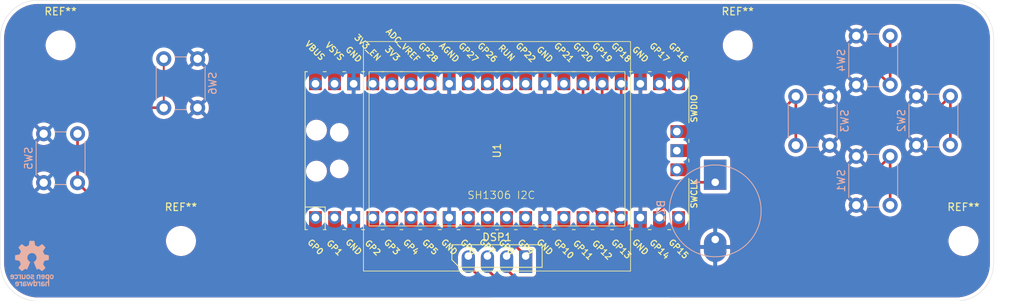
<source format=kicad_pcb>
(kicad_pcb (version 20240108) (generator "pcbnew") (generator_version "8.0")
  (layers (0 "F.Cu" signal) (31 "B.Cu" signal) (34 "B.Paste" user) (35 "F.Paste" user) (36 "B.SilkS" user "B.Silkscreen") (37 "F.SilkS" user "F.Silkscreen") (38 "B.Mask" user) (39 "F.Mask" user) (44 "Edge.Cuts" user))
  (net 0 "")
  (net 1 "Net-(DSP1-Vcc)")
  (net 2 "Net-(DSP1-SCL)")
  (net 3 "GND")
  (net 4 "Net-(DSP1-SDA)")
  (net 5 "Net-(U1-GPIO12)")
  (net 31 "Net-(U1-GPIO19)")
  (net 32 "Net-(U1-GPIO17)")
  (net 33 "Net-(U1-GPIO18)")
  (net 34 "Net-(U1-GPIO16)")
  (net 35 "Net-(U1-GPIO13)")
  (net 36 "Net-(BZ1-+)")
  (footprint "MCU_RaspberryPi_and_Boards:RPi_Pico_SMD_TH" (layer "F.Cu") (at 148.39 97.51 90)
    (property "Reference" "U1" (at 0 0 -90) (layer "F.SilkS"))
    (property "Value" "Pico")
    (fp_text user "GP5" (at -12.8 -8.89 -45) (layer "F.SilkS") (effects (font (size 0.8 0.8))))
    (fp_text user "GP11" (at -13.2 11.43 -45) (layer "F.SilkS") (effects (font (size 0.8 0.8))))
    (fp_text user "3V3" (at 12.9 -13.9 -45) (layer "F.SilkS") (effects (font (size 0.8 0.8))))
    (fp_text user "SWDIO" (at 5.6 26.2 -90) (layer "F.SilkS") (effects (font (size 0.8 0.8))))
    (fp_text user "GP21" (at 13.054 8.9 -45) (layer "F.SilkS") (effects (font (size 0.8 0.8))))
    (fp_text user "GP26" (at 13.054 -1.27 -45) (layer "F.SilkS") (effects (font (size 0.8 0.8))))
    (fp_text user "SWCLK" (at -5.7 26.2 -90) (layer "F.SilkS") (effects (font (size 0.8 0.8))))
    (fp_text user "GND" (at -12.8 -19.05 -45) (layer "F.SilkS") (effects (font (size 0.8 0.8))))
    (fp_text user "GP28" (at 13.054 -9.144 -45) (layer "F.SilkS") (effects (font (size 0.8 0.8))))
    (fp_text user "GP8" (at -12.8 1.27 -45) (layer "F.SilkS") (effects (font (size 0.8 0.8))))
    (fp_text user "GP12" (at -13.2 13.97 -45) (layer "F.SilkS") (effects (font (size 0.8 0.8))))
    (fp_text user "VSYS" (at 13.2 -21.59 -45) (layer "F.SilkS") (effects (font (size 0.8 0.8))))
    (fp_text user "GP3" (at -12.8 -13.97 -45) (layer "F.SilkS") (effects (font (size 0.8 0.8))))
    (fp_text user "GP13" (at -13.054 16.51 -45) (layer "F.SilkS") (effects (font (size 0.8 0.8))))
    (fp_text user "GND" (at 12.8 6.35 -45) (layer "F.SilkS") (effects (font (size 0.8 0.8))))
    (fp_text user "GP2" (at -12.9 -16.51 -45) (layer "F.SilkS") (effects (font (size 0.8 0.8))))
    (fp_text user "GP9" (at -12.8 3.81 -45) (layer "F.SilkS") (effects (font (size 0.8 0.8))))
    (fp_text user "GP22" (at 13.054 3.81 -45) (layer "F.SilkS") (effects (font (size 0.8 0.8))))
    (fp_text user "GP19" (at 13.054 13.97 -45) (layer "F.SilkS") (effects (font (size 0.8 0.8))))
    (fp_text user "GP20" (at 13.054 11.43 -45) (layer "F.SilkS") (effects (font (size 0.8 0.8))))
    (fp_text user "GP14" (at -13.1 21.59 -45) (layer "F.SilkS") (effects (font (size 0.8 0.8))))
    (fp_text user "GP17" (at 13.054 21.59 -45) (layer "F.SilkS") (effects (font (size 0.8 0.8))))
    (fp_text user "GND" (at 12.8 -19.05 -45) (layer "F.SilkS") (effects (font (size 0.8 0.8))))
    (fp_text user "GP16" (at 13.054 24.13 -45) (layer "F.SilkS") (effects (font (size 0.8 0.8))))
    (fp_text user "3V3_EN" (at 13.7 -17.2 -45) (layer "F.SilkS") (effects (font (size 0.8 0.8))))
    (fp_text user "GP4" (at -12.8 -11.43 -45) (layer "F.SilkS") (effects (font (size 0.8 0.8))))
    (fp_text user "GND" (at -12.8 19.05 -45) (layer "F.SilkS") (effects (font (size 0.8 0.8))))
    (fp_text user "GP7" (at -12.7 -1.3 -45) (layer "F.SilkS") (effects (font (size 0.8 0.8))))
    (fp_text user "VBUS" (at 13.3 -24.2 -45) (layer "F.SilkS") (effects (font (size 0.8 0.8))))
    (fp_text user "ADC_VREF" (at 14 -12.5 -45) (layer "F.SilkS") (effects (font (size 0.8 0.8))))
    (fp_text user "GND" (at 12.8 19.05 -45) (layer "F.SilkS") (effects (font (size 0.8 0.8))))
    (fp_text user "GP1" (at -12.9 -21.6 -45) (layer "F.SilkS") (effects (font (size 0.8 0.8))))
    (fp_text user "GP0" (at -12.8 -24.13 -45) (layer "F.SilkS") (effects (font (size 0.8 0.8))))
    (fp_text user "RUN" (at 13 1.27 -45) (layer "F.SilkS") (effects (font (size 0.8 0.8))))
    (fp_text user "GND" (at -12.8 -6.35 -45) (layer "F.SilkS") (effects (font (size 0.8 0.8))))
    (fp_text user "GND" (at -12.8 6.35 -45) (layer "F.SilkS") (effects (font (size 0.8 0.8))))
    (fp_text user "GP18" (at 13.054 16.51 -45) (layer "F.SilkS") (effects (font (size 0.8 0.8))))
    (fp_text user "GP10" (at -13.054 8.89 -45) (layer "F.SilkS") (effects (font (size 0.8 0.8))))
    (fp_text user "GP15" (at -13.054 24.13 -45) (layer "F.SilkS") (effects (font (size 0.8 0.8))))
    (fp_text user "AGND" (at 13.054 -6.35 -45) (layer "F.SilkS") (effects (font (size 0.8 0.8))))
    (fp_text user "GP6" (at -12.8 -3.81 -45) (layer "F.SilkS") (effects (font (size 0.8 0.8))))
    (fp_text user "GP27" (at 13.054 -3.8 -45) (layer "F.SilkS") (effects (font (size 0.8 0.8))))
    (pad "" np_thru_hole oval (at -2.725 -24 90) (size 1.8 1.8) (drill 1.8) (layers "*.Cu" "*.Mask"))
    (pad "" np_thru_hole oval (at -2.425 -20.97 90) (size 1.5 1.5) (drill 1.5) (layers "*.Cu" "*.Mask"))
    (pad "" np_thru_hole oval (at 2.425 -20.97 90) (size 1.5 1.5) (drill 1.5) (layers "*.Cu" "*.Mask"))
    (pad "" np_thru_hole oval (at 2.725 -24 90) (size 1.8 1.8) (drill 1.8) (layers "*.Cu" "*.Mask"))
    (pad "1" thru_hole oval (at -8.89 -24.13 90) (size 1.7 1.7) (drill 1.02) (layers "*.Cu" "*.Mask"))
    (pad "1" smd rect (at -8.89 -24.13 90) (size 3.5 1.7) (drill (offset -0.9 0)) (layers "F.Cu" "F.Mask"))
    (pad "2" thru_hole oval (at -8.89 -21.59 90) (size 1.7 1.7) (drill 1.02) (layers "*.Cu" "*.Mask"))
    (pad "2" smd rect (at -8.89 -21.59 90) (size 3.5 1.7) (drill (offset -0.9 0)) (layers "F.Cu" "F.Mask"))
    (pad "3" thru_hole rect (at -8.89 -19.05 90) (size 1.7 1.7) (drill 1.02) (layers "*.Cu" "*.Mask") (net 3 "GND"))
    (pad "3" smd rect (at -8.89 -19.05 90) (size 3.5 1.7) (drill (offset -0.9 0)) (layers "F.Cu" "F.Mask") (net 3 "GND"))
    (pad "4" thru_hole oval (at -8.89 -16.51 90) (size 1.7 1.7) (drill 1.02) (layers "*.Cu" "*.Mask"))
    (pad "4" smd rect (at -8.89 -16.51 90) (size 3.5 1.7) (drill (offset -0.9 0)) (layers "F.Cu" "F.Mask"))
    (pad "5" thru_hole oval (at -8.89 -13.97 90) (size 1.7 1.7) (drill 1.02) (layers "*.Cu" "*.Mask"))
    (pad "5" smd rect (at -8.89 -13.97 90) (size 3.5 1.7) (drill (offset -0.9 0)) (layers "F.Cu" "F.Mask"))
    (pad "6" thru_hole oval (at -8.89 -11.43 90) (size 1.7 1.7) (drill 1.02) (layers "*.Cu" "*.Mask"))
    (pad "6" smd rect (at -8.89 -11.43 90) (size 3.5 1.7) (drill (offset -0.9 0)) (layers "F.Cu" "F.Mask"))
    (pad "7" thru_hole oval (at -8.89 -8.89 90) (size 1.7 1.7) (drill 1.02) (layers "*.Cu" "*.Mask"))
    (pad "7" smd rect (at -8.89 -8.89 90) (size 3.5 1.7) (drill (offset -0.9 0)) (layers "F.Cu" "F.Mask"))
    (pad "8" thru_hole rect (at -8.89 -6.35 90) (size 1.7 1.7) (drill 1.02) (layers "*.Cu" "*.Mask") (net 3 "GND"))
    (pad "8" smd rect (at -8.89 -6.35 90) (size 3.5 1.7) (drill (offset -0.9 0)) (layers "F.Cu" "F.Mask") (net 3 "GND"))
    (pad "9" thru_hole oval (at -8.89 -3.81 90) (size 1.7 1.7) (drill 1.02) (layers "*.Cu" "*.Mask"))
    (pad "9" smd rect (at -8.89 -3.81 90) (size 3.5 1.7) (drill (offset -0.9 0)) (layers "F.Cu" "F.Mask"))
    (pad "10" thru_hole oval (at -8.89 -1.27 90) (size 1.7 1.7) (drill 1.02) (layers "*.Cu" "*.Mask"))
    (pad "10" smd rect (at -8.89 -1.27 90) (size 3.5 1.7) (drill (offset -0.9 0)) (layers "F.Cu" "F.Mask"))
    (pad "11" thru_hole oval (at -8.89 1.27 90) (size 1.7 1.7) (drill 1.02) (layers "*.Cu" "*.Mask"))
    (pad "11" smd rect (at -8.89 1.27 90) (size 3.5 1.7) (drill (offset -0.9 0)) (layers "F.Cu" "F.Mask"))
    (pad "12" thru_hole oval (at -8.89 3.81 90) (size 1.7 1.7) (drill 1.02) (layers "*.Cu" "*.Mask"))
    (pad "12" smd rect (at -8.89 3.81 90) (size 3.5 1.7) (drill (offset -0.9 0)) (layers "F.Cu" "F.Mask"))
    (pad "13" thru_hole rect (at -8.89 6.35 90) (size 1.7 1.7) (drill 1.02) (layers "*.Cu" "*.Mask") (net 3 "GND"))
    (pad "13" smd rect (at -8.89 6.35 90) (size 3.5 1.7) (drill (offset -0.9 0)) (layers "F.Cu" "F.Mask") (net 3 "GND"))
    (pad "14" thru_hole oval (at -8.89 8.89 90) (size 1.7 1.7) (drill 1.02) (layers "*.Cu" "*.Mask"))
    (pad "14" smd rect (at -8.89 8.89 90) (size 3.5 1.7) (drill (offset -0.9 0)) (layers "F.Cu" "F.Mask"))
    (pad "15" thru_hole oval (at -8.89 11.43 90) (size 1.7 1.7) (drill 1.02) (layers "*.Cu" "*.Mask"))
    (pad "15" smd rect (at -8.89 11.43 90) (size 3.5 1.7) (drill (offset -0.9 0)) (layers "F.Cu" "F.Mask"))
    (pad "16" thru_hole oval (at -8.89 13.97 90) (size 1.7 1.7) (drill 1.02) (layers "*.Cu" "*.Mask") (net 5 "Net-(U1-GPIO12)"))
    (pad "16" smd rect (at -8.89 13.97 90) (size 3.5 1.7) (drill (offset -0.9 0)) (layers "F.Cu" "F.Mask") (net 5 "Net-(U1-GPIO12)"))
    (pad "17" thru_hole oval (at -8.89 16.51 90) (size 1.7 1.7) (drill 1.02) (layers "*.Cu" "*.Mask") (net 35 "Net-(U1-GPIO13)"))
    (pad "17" smd rect (at -8.89 16.51 90) (size 3.5 1.7) (drill (offset -0.9 0)) (layers "F.Cu" "F.Mask") (net 35 "Net-(U1-GPIO13)"))
    (pad "18" thru_hole rect (at -8.89 19.05 90) (size 1.7 1.7) (drill 1.02) (layers "*.Cu" "*.Mask") (net 3 "GND"))
    (pad "18" smd rect (at -8.89 19.05 90) (size 3.5 1.7) (drill (offset -0.9 0)) (layers "F.Cu" "F.Mask") (net 3 "GND"))
    (pad "19" thru_hole oval (at -8.89 21.59 90) (size 1.7 1.7) (drill 1.02) (layers "*.Cu" "*.Mask") (net 4 "Net-(DSP1-SDA)"))
    (pad "19" smd rect (at -8.89 21.59 90) (size 3.5 1.7) (drill (offset -0.9 0)) (layers "F.Cu" "F.Mask") (net 4 "Net-(DSP1-SDA)"))
    (pad "20" thru_hole oval (at -8.89 24.13 90) (size 1.7 1.7) (drill 1.02) (layers "*.Cu" "*.Mask") (net 2 "Net-(DSP1-SCL)"))
    (pad "20" smd rect (at -8.89 24.13 90) (size 3.5 1.7) (drill (offset -0.9 0)) (layers "F.Cu" "F.Mask") (net 2 "Net-(DSP1-SCL)"))
    (pad "21" thru_hole oval (at 8.89 24.13 90) (size 1.7 1.7) (drill 1.02) (layers "*.Cu" "*.Mask") (net 34 "Net-(U1-GPIO16)"))
    (pad "21" smd rect (at 8.89 24.13 90) (size 3.5 1.7) (drill (offset 0.9 0)) (layers "F.Cu" "F.Mask") (net 34 "Net-(U1-GPIO16)"))
    (pad "22" thru_hole oval (at 8.89 21.59 90) (size 1.7 1.7) (drill 1.02) (layers "*.Cu" "*.Mask") (net 32 "Net-(U1-GPIO17)"))
    (pad "22" smd rect (at 8.89 21.59 90) (size 3.5 1.7) (drill (offset 0.9 0)) (layers "F.Cu" "F.Mask") (net 32 "Net-(U1-GPIO17)"))
    (pad "23" thru_hole rect (at 8.89 19.05 90) (size 1.7 1.7) (drill 1.02) (layers "*.Cu" "*.Mask") (net 3 "GND"))
    (pad "23" smd rect (at 8.89 19.05 90) (size 3.5 1.7) (drill (offset 0.9 0)) (layers "F.Cu" "F.Mask") (net 3 "GND"))
    (pad "24" thru_hole oval (at 8.89 16.51 90) (size 1.7 1.7) (drill 1.02) (layers "*.Cu" "*.Mask") (net 33 "Net-(U1-GPIO18)"))
    (pad "24" smd rect (at 8.89 16.51 90) (size 3.5 1.7) (drill (offset 0.9 0)) (layers "F.Cu" "F.Mask") (net 33 "Net-(U1-GPIO18)"))
    (pad "25" thru_hole oval (at 8.89 13.97 90) (size 1.7 1.7) (drill 1.02) (layers "*.Cu" "*.Mask") (net 31 "Net-(U1-GPIO19)"))
    (pad "25" smd rect (at 8.89 13.97 90) (size 3.5 1.7) (drill (offset 0.9 0)) (layers "F.Cu" "F.Mask") (net 31 "Net-(U1-GPIO19)"))
    (pad "26" thru_hole oval (at 8.89 11.43 90) (size 1.7 1.7) (drill 1.02) (layers "*.Cu" "*.Mask") (net 36 "Net-(BZ1-+)"))
    (pad "26" smd rect (at 8.89 11.43 90) (size 3.5 1.7) (drill (offset 0.9 0)) (layers "F.Cu" "F.Mask") (net 36 "Net-(BZ1-+)"))
    (pad "27" thru_hole oval (at 8.89 8.89 90) (size 1.7 1.7) (drill 1.02) (layers "*.Cu" "*.Mask"))
    (pad "27" smd rect (at 8.89 8.89 90) (size 3.5 1.7) (drill (offset 0.9 0)) (layers "F.Cu" "F.Mask"))
    (pad "28" thru_hole rect (at 8.89 6.35 90) (size 1.7 1.7) (drill 1.02) (layers "*.Cu" "*.Mask") (net 3 "GND"))
    (pad "28" smd rect (at 8.89 6.35 90) (size 3.5 1.7) (drill (offset 0.9 0)) (layers "F.Cu" "F.Mask") (net 3 "GND"))
    (pad "29" thru_hole oval (at 8.89 3.81 90) (size 1.7 1.7) (drill 1.02) (layers "*.Cu" "*.Mask"))
    (pad "29" smd rect (at 8.89 3.81 90) (size 3.5 1.7) (drill (offset 0.9 0)) (layers "F.Cu" "F.Mask"))
    (pad "30" thru_hole oval (at 8.89 1.27 90) (size 1.7 1.7) (drill 1.02) (layers "*.Cu" "*.Mask"))
    (pad "30" smd rect (at 8.89 1.27 90) (size 3.5 1.7) (drill (offset 0.9 0)) (layers "F.Cu" "F.Mask"))
    (pad "31" thru_hole oval (at 8.89 -1.27 90) (size 1.7 1.7) (drill 1.02) (layers "*.Cu" "*.Mask"))
    (pad "31" smd rect (at 8.89 -1.27 90) (size 3.5 1.7) (drill (offset 0.9 0)) (layers "F.Cu" "F.Mask"))
    (pad "32" thru_hole oval (at 8.89 -3.81 90) (size 1.7 1.7) (drill 1.02) (layers "*.Cu" "*.Mask"))
    (pad "32" smd rect (at 8.89 -3.81 90) (size 3.5 1.7) (drill (offset 0.9 0)) (layers "F.Cu" "F.Mask"))
    (pad "33" thru_hole rect (at 8.89 -6.35 90) (size 1.7 1.7) (drill 1.02) (layers "*.Cu" "*.Mask") (net 3 "GND"))
    (pad "33" smd rect (at 8.89 -6.35 90) (size 3.5 1.7) (drill (offset 0.9 0)) (layers "F.Cu" "F.Mask") (net 3 "GND"))
    (pad "34" thru_hole oval (at 8.89 -8.89 90) (size 1.7 1.7) (drill 1.02) (layers "*.Cu" "*.Mask"))
    (pad "34" smd rect (at 8.89 -8.89 90) (size 3.5 1.7) (drill (offset 0.9 0)) (layers "F.Cu" "F.Mask"))
    (pad "35" thru_hole oval (at 8.89 -11.43 90) (size 1.7 1.7) (drill 1.02) (layers "*.Cu" "*.Mask"))
    (pad "35" smd rect (at 8.89 -11.43 90) (size 3.5 1.7) (drill (offset 0.9 0)) (layers "F.Cu" "F.Mask"))
    (pad "36" thru_hole oval (at 8.89 -13.97 90) (size 1.7 1.7) (drill 1.02) (layers "*.Cu" "*.Mask") (net 1 "Net-(DSP1-Vcc)"))
    (pad "36" smd rect (at 8.89 -13.97 90) (size 3.5 1.7) (drill (offset 0.9 0)) (layers "F.Cu" "F.Mask") (net 1 "Net-(DSP1-Vcc)"))
    (pad "37" thru_hole oval (at 8.89 -16.51 90) (size 1.7 1.7) (drill 1.02) (layers "*.Cu" "*.Mask"))
    (pad "37" smd rect (at 8.89 -16.51 90) (size 3.5 1.7) (drill (offset 0.9 0)) (layers "F.Cu" "F.Mask"))
    (pad "38" thru_hole rect (at 8.89 -19.05 90) (size 1.7 1.7) (drill 1.02) (layers "*.Cu" "*.Mask") (net 3 "GND"))
    (pad "38" smd rect (at 8.89 -19.05 90) (size 3.5 1.7) (drill (offset 0.9 0)) (layers "F.Cu" "F.Mask") (net 3 "GND"))
    (pad "39" thru_hole oval (at 8.89 -21.59 90) (size 1.7 1.7) (drill 1.02) (layers "*.Cu" "*.Mask"))
    (pad "39" smd rect (at 8.89 -21.59 90) (size 3.5 1.7) (drill (offset 0.9 0)) (layers "F.Cu" "F.Mask"))
    (pad "40" thru_hole oval (at 8.89 -24.13 90) (size 1.7 1.7) (drill 1.02) (layers "*.Cu" "*.Mask"))
    (pad "40" smd rect (at 8.89 -24.13 90) (size 3.5 1.7) (drill (offset 0.9 0)) (layers "F.Cu" "F.Mask"))
    (pad "41" thru_hole oval (at -2.54 23.9 90) (size 1.7 1.7) (drill 1.02) (layers "*.Cu" "*.Mask"))
    (pad "41" smd rect (at -2.54 23.9 180) (size 3.5 1.7) (drill (offset -0.9 0)) (layers "F.Cu" "F.Mask"))
    (pad "42" thru_hole rect (at 0 23.9 90) (size 1.7 1.7) (drill 1.02) (layers "*.Cu" "*.Mask"))
    (pad "42" smd rect (at 0 23.9 180) (size 3.5 1.7) (drill (offset -0.9 0)) (layers "F.Cu" "F.Mask"))
    (pad "43" thru_hole oval (at 2.54 23.9 90) (size 1.7 1.7) (drill 1.02) (layers "*.Cu" "*.Mask"))
    (pad "43" smd rect (at 2.54 23.9 180) (size 3.5 1.7) (drill (offset -0.9 0)) (layers "F.Cu" "F.Mask"))
  )
  (footprint "MountingHole:MountingHole_3.5mm" (layer "F.Cu") (at 90.39 83.51)
    (property "Reference" "REF**" (at 0 -4.5 0) (layer "F.SilkS"))
    (property "Value" "MountingHole_3.5mm")
    (pad "" np_thru_hole circle (at 0 0) (size 3.5 3.5) (drill 3.5) (layers "*.Cu" "*.Mask"))
  )
  (footprint "MountingHole:MountingHole_3.5mm" (layer "F.Cu") (at 180.39 83.51)
    (property "Reference" "REF**" (at 0 -4.5 0) (layer "F.SilkS"))
    (property "Value" "MountingHole_3.5mm")
    (pad "" np_thru_hole circle (at 0 0) (size 3.5 3.5) (drill 3.5) (layers "*.Cu" "*.Mask"))
  )
  (footprint "ScottSystemsKiCAD:SH1306 I2C" (layer "F.Cu") (at 148.39 111.51)
    (property "Reference" "DSP1" (at 0 -2.5 0) (layer "F.SilkS"))
    (property "Value" "~")
    (fp_text user "SH1306 I2C" (at -4 -7.5 0) (layer "F.SilkS") (effects (font (thickness 0.1)) (justify left bottom)))
    (pad "1" thru_hole rect (at 3.81 0) (size 1.75 3) (drill 1 (offset 0 0.75)) (layers "*.Cu" "*.Mask") (net 1 "Net-(DSP1-Vcc)"))
    (pad "2" thru_hole oval (at 1.27 0) (size 1.75 3) (drill 1 (offset 0 0.75)) (layers "*.Cu" "*.Mask") (net 3 "GND"))
    (pad "3" thru_hole oval (at -1.27 0) (size 1.75 3) (drill 1 (offset 0 0.75)) (layers "*.Cu" "*.Mask") (net 2 "Net-(DSP1-SCL)"))
    (pad "4" thru_hole oval (at -3.81 0) (size 1.75 3) (drill 1 (offset 0 0.75)) (layers "*.Cu" "*.Mask") (net 4 "Net-(DSP1-SDA)"))
  )
  (footprint "MountingHole:MountingHole_3.5mm" (layer "F.Cu") (at 210.39 109.51)
    (property "Reference" "REF**" (at 0 -4.5 0) (layer "F.SilkS"))
    (property "Value" "MountingHole_3.5mm")
    (pad "" np_thru_hole circle (at 0 0) (size 3.5 3.5) (drill 3.5) (layers "*.Cu" "*.Mask"))
  )
  (footprint "MountingHole:MountingHole_3.5mm" (layer "F.Cu") (at 106.39 109.51)
    (property "Reference" "REF**" (at 0 -4.5 0) (layer "F.SilkS"))
    (property "Value" "MountingHole_3.5mm")
    (pad "" np_thru_hole circle (at 0 0) (size 3.5 3.5) (drill 3.5) (layers "*.Cu" "*.Mask"))
  )
  (footprint "Button_Switch_THT:SW_PUSH_6mm" (layer "B.Cu") (at 192.6 96.8 90)
    (property "Reference" "SW3" (at 3.25 2 270) (layer "B.SilkS") (effects (justify mirror)))
    (property "Value" "Right")
    (pad "1" thru_hole circle (at 0 0) (size 2 2) (drill 1.1) (layers "*.Cu" "*.Mask") (net 3 "GND"))
    (pad "1" thru_hole circle (at 6.5 0) (size 2 2) (drill 1.1) (layers "*.Cu" "*.Mask") (net 3 "GND"))
    (pad "2" thru_hole circle (at 0 -4.5) (size 2 2) (drill 1.1) (layers "*.Cu" "*.Mask") (net 33 "Net-(U1-GPIO18)"))
    (pad "2" thru_hole circle (at 6.5 -4.5) (size 2 2) (drill 1.1) (layers "*.Cu" "*.Mask") (net 33 "Net-(U1-GPIO18)"))
  )
  (footprint "Button_Switch_THT:SW_PUSH_6mm" (layer "B.Cu") (at 204.14 90.26 -90)
    (property "Reference" "SW2" (at 3.25 2 90) (layer "B.SilkS") (effects (justify mirror)))
    (property "Value" "Left")
    (pad "1" thru_hole circle (at 0 0 180) (size 2 2) (drill 1.1) (layers "*.Cu" "*.Mask") (net 3 "GND"))
    (pad "1" thru_hole circle (at 6.5 0 180) (size 2 2) (drill 1.1) (layers "*.Cu" "*.Mask") (net 3 "GND"))
    (pad "2" thru_hole circle (at 0 -4.5 180) (size 2 2) (drill 1.1) (layers "*.Cu" "*.Mask") (net 32 "Net-(U1-GPIO17)"))
    (pad "2" thru_hole circle (at 6.5 -4.5 180) (size 2 2) (drill 1.1) (layers "*.Cu" "*.Mask") (net 32 "Net-(U1-GPIO17)"))
  )
  (footprint "Button_Switch_THT:SW_PUSH_6mm" (layer "B.Cu") (at 108.6 91.8 90)
    (property "Reference" "SW6" (at 3.25 2 270) (layer "B.SilkS") (effects (justify mirror)))
    (property "Value" "Button 2")
    (pad "1" thru_hole circle (at 0 0) (size 2 2) (drill 1.1) (layers "*.Cu" "*.Mask") (net 3 "GND"))
    (pad "1" thru_hole circle (at 6.5 0) (size 2 2) (drill 1.1) (layers "*.Cu" "*.Mask") (net 3 "GND"))
    (pad "2" thru_hole circle (at 0 -4.5) (size 2 2) (drill 1.1) (layers "*.Cu" "*.Mask") (net 5 "Net-(U1-GPIO12)"))
    (pad "2" thru_hole circle (at 6.5 -4.5) (size 2 2) (drill 1.1) (layers "*.Cu" "*.Mask") (net 5 "Net-(U1-GPIO12)"))
  )
  (footprint "Button_Switch_THT:SW_PUSH_6mm" (layer "B.Cu") (at 88.14 95.26 -90)
    (property "Reference" "SW5" (at 3.25 2 90) (layer "B.SilkS") (effects (justify mirror)))
    (property "Value" "Button 1")
    (pad "1" thru_hole circle (at 0 0 180) (size 2 2) (drill 1.1) (layers "*.Cu" "*.Mask") (net 3 "GND"))
    (pad "1" thru_hole circle (at 6.5 0 180) (size 2 2) (drill 1.1) (layers "*.Cu" "*.Mask") (net 3 "GND"))
    (pad "2" thru_hole circle (at 0 -4.5 180) (size 2 2) (drill 1.1) (layers "*.Cu" "*.Mask") (net 35 "Net-(U1-GPIO13)"))
    (pad "2" thru_hole circle (at 6.5 -4.5 180) (size 2 2) (drill 1.1) (layers "*.Cu" "*.Mask") (net 35 "Net-(U1-GPIO13)"))
  )
  (footprint "Symbol:OSHW-Logo_5.7x6mm_SilkScreen" (layer "B.Cu") (at 86.59 112.51 180)
    (property "Reference" "REF**" (hide yes))
    (property "Value" "OSHW-Logo_5.7x6mm_SilkScreen" (hide yes))
  )
  (footprint "Button_Switch_THT:SW_PUSH_6mm" (layer "B.Cu") (at 196.14 82.26 -90)
    (property "Reference" "SW4" (at 3.25 2 90) (layer "B.SilkS") (effects (justify mirror)))
    (property "Value" "Down")
    (pad "1" thru_hole circle (at 0 0 180) (size 2 2) (drill 1.1) (layers "*.Cu" "*.Mask") (net 3 "GND"))
    (pad "1" thru_hole circle (at 6.5 0 180) (size 2 2) (drill 1.1) (layers "*.Cu" "*.Mask") (net 3 "GND"))
    (pad "2" thru_hole circle (at 0 -4.5 180) (size 2 2) (drill 1.1) (layers "*.Cu" "*.Mask") (net 34 "Net-(U1-GPIO16)"))
    (pad "2" thru_hole circle (at 6.5 -4.5 180) (size 2 2) (drill 1.1) (layers "*.Cu" "*.Mask") (net 34 "Net-(U1-GPIO16)"))
  )
  (footprint "Buzzer_Beeper:Buzzer_12x9.5RM7.6" (layer "B.Cu") (at 177.39 101.71 -90)
    (property "Reference" "BZ1" (at 3.8 7.2 90) (layer "B.SilkS") (effects (justify mirror)))
    (property "Value" "Buzzer")
    (fp_text user "+" (at -0.01 2.54 90) (layer "B.SilkS") (effects (justify mirror)))
    (pad "1" thru_hole rect (at 0 0) (size 3 4) (drill 1 (offset 0 -1)) (layers "*.Cu" "*.Mask") (net 36 "Net-(BZ1-+)"))
    (pad "2" thru_hole oval (at 7.6 0 180) (size 3 4) (drill 1 (offset 0 -1)) (layers "*.Cu" "*.Mask") (net 3 "GND"))
  )
  (footprint "Button_Switch_THT:SW_PUSH_6mm" (layer "B.Cu") (at 196.14 98.26 -90)
    (property "Reference" "SW1" (at 3.25 2 90) (layer "B.SilkS") (effects (justify mirror)))
    (property "Value" "UP")
    (pad "1" thru_hole circle (at 0 0 180) (size 2 2) (drill 1.1) (layers "*.Cu" "*.Mask") (net 3 "GND"))
    (pad "1" thru_hole circle (at 6.5 0 180) (size 2 2) (drill 1.1) (layers "*.Cu" "*.Mask") (net 3 "GND"))
    (pad "2" thru_hole circle (at 0 -4.5 180) (size 2 2) (drill 1.1) (layers "*.Cu" "*.Mask") (net 31 "Net-(U1-GPIO19)"))
    (pad "2" thru_hole circle (at 6.5 -4.5 180) (size 2 2) (drill 1.1) (layers "*.Cu" "*.Mask") (net 31 "Net-(U1-GPIO19)"))
  )
  (gr_line (start 214.39 82.51) (end 214.39 112.51) (stroke (width 0.05)) (layer "Edge.Cuts"))
  (gr_arc (start 214.39 112.51) (mid 212.925534 116.045534) (end 209.39 117.51) (stroke (width 0.05)) (layer "Edge.Cuts"))
  (gr_line (start 82.39 112.51) (end 82.39 82.51) (stroke (width 0.05)) (layer "Edge.Cuts"))
  (gr_arc (start 87.39 117.51) (mid 83.854466 116.045534) (end 82.39 112.51) (stroke (width 0.05)) (layer "Edge.Cuts"))
  (gr_line (start 209.39 117.51) (end 87.39 117.51) (stroke (width 0.05)) (layer "Edge.Cuts"))
  (gr_arc (start 209.39 77.51) (mid 212.925534 78.974466) (end 214.39 82.51) (stroke (width 0.05)) (layer "Edge.Cuts"))
  (gr_arc (start 82.39 82.51) (mid 83.854466 78.974466) (end 87.39 77.51) (stroke (width 0.05)) (layer "Edge.Cuts"))
  (gr_line (start 87.39 77.51) (end 209.39 77.51) (stroke (width 0.05)) (layer "Edge.Cuts"))
  (gr_text "PicoCat Game Hat\n20240428" (at 194.4 112.8 0) (layer "F.Cu" knockout) (effects (font (size 1.5 1.5) (thickness 0.3) (bold yes)) (justify bottom)))
  (segment (start 119.102 105.6) (end 92.6 105.6) (width 0.35) (layer "F.Cu") (net 1))
  (segment (start 90 93.8) (end 100.2 83.6) (width 0.35) (layer "F.Cu") (net 1))
  (segment (start 150.169 109.479) (end 122.981 109.479) (width 0.35) (layer "F.Cu") (net 1))
  (segment (start 100.2 83.6) (end 131 83.6) (width 0.35) (layer "F.Cu") (net 1))
  (segment (start 131 83.6) (end 134.42 87.02) (width 0.35) (layer "F.Cu") (net 1))
  (segment (start 152.2 111.51) (end 150.169 109.479) (width 0.35) (layer "F.Cu") (net 1))
  (segment (start 92.6 105.6) (end 90 103) (width 0.35) (layer "F.Cu") (net 1))
  (segment (start 122.981 109.479) (end 119.102 105.6) (width 0.35) (layer "F.Cu") (net 1))
  (segment (start 90 103) (end 90 93.8) (width 0.35) (layer "F.Cu") (net 1))
  (segment (start 147.12 113.32) (end 149 115.2) (width 0.35) (layer "F.Cu") (net 2))
  (segment (start 149 115.2) (end 170 115.2) (width 0.35) (layer "F.Cu") (net 2))
  (segment (start 170 115.2) (end 172.52 112.68) (width 0.35) (layer "F.Cu") (net 2))
  (segment (start 172.52 112.68) (end 172.52 106.4) (width 0.35) (layer "F.Cu") (net 2))
  (segment (start 149.66 113.26) (end 150.6 114.2) (width 0.35) (layer "F.Cu") (net 3))
  (segment (start 174.4 112.8) (end 171 116.2) (width 0.35) (layer "F.Cu") (net 4))
  (segment (start 171.8 103.8) (end 173.2 103.8) (width 0.35) (layer "F.Cu") (net 4))
  (segment (start 173.2 103.8) (end 174.4 105) (width 0.35) (layer "F.Cu") (net 4))
  (segment (start 169.98 106.4) (end 169.98 105.62) (width 0.35) (layer "F.Cu") (net 4))
  (segment (start 174.4 105) (end 174.4 112.8) (width 0.35) (layer "F.Cu") (net 4))
  (segment (start 171 116.2) (end 148 116.2) (width 0.35) (layer "F.Cu") (net 4))
  (segment (start 169.98 105.62) (end 171.8 103.8) (width 0.35) (layer "F.Cu") (net 4))
  (segment (start 148 116.2) (end 144.58 112.78) (width 0.35) (layer "F.Cu") (net 4))
  (segment (start 93.6 91.8) (end 104.1 91.8) (width 0.35) (layer "F.Cu") (net 5))
  (segment (start 90.8 102.4) (end 90.8 94.6) (width 0.35) (layer "F.Cu") (net 5))
  (segment (start 162.36 106.382) (end 160.578 104.6) (width 0.35) (layer "F.Cu") (net 5))
  (segment (start 90.8 94.6) (end 93.6 91.8) (width 0.35) (layer "F.Cu") (net 5))
  (segment (start 160.578 104.6) (end 93 104.6) (width 0.35) (layer "F.Cu") (net 5))
  (segment (start 104.1 85.3) (end 104.1 91.8) (width 0.25) (layer "F.Cu") (net 5))
  (segment (start 93 104.6) (end 90.8 102.4) (width 0.35) (layer "F.Cu") (net 5))
  (segment (start 198.1 100.8) (end 185.8 100.8) (width 0.35) (layer "F.Cu") (net 31))
  (segment (start 162.36 91.16) (end 162.36 88.62) (width 0.35) (layer "F.Cu") (net 31))
  (segment (start 178 93) (end 164.2 93) (width 0.35) (layer "F.Cu") (net 31))
  (segment (start 164.2 93) (end 162.36 91.16) (width 0.35) (layer "F.Cu") (net 31))
  (segment (start 200.64 98.26) (end 200.64 104.76) (width 0.35) (layer "F.Cu") (net 31))
  (segment (start 200.64 98.26) (end 198.1 100.8) (width 0.35) (layer "F.Cu") (net 31))
  (segment (start 185.8 100.8) (end 178 93) (width 0.35) (layer "F.Cu") (net 31))
  (segment (start 208.64 90.26) (end 208.64 96.76) (width 0.35) (layer "F.Cu") (net 32))
  (segment (start 197.2 92.4) (end 193 88.2) (width 0.35) (layer "F.Cu") (net 32))
  (segment (start 171.56 90.2) (end 169.98 88.62) (width 0.35) (layer "F.Cu") (net 32))
  (segment (start 175.498 88.2) (end 173.498 90.2) (width 0.35) (layer "F.Cu") (net 32))
  (segment (start 206.5 92.4) (end 197.2 92.4) (width 0.35) (layer "F.Cu") (net 32))
  (segment (start 173.498 90.2) (end 171.56 90.2) (width 0.35) (layer "F.Cu") (net 32))
  (segment (start 208.64 90.26) (end 206.5 92.4) (width 0.35) (layer "F.Cu") (net 32))
  (segment (start 193 88.2) (end 175.498 88.2) (width 0.35) (layer "F.Cu") (net 32))
  (segment (start 188.1 90.3) (end 188.1 96.8) (width 0.35) (layer "F.Cu") (net 33))
  (segment (start 166.4 91.6) (end 164.9 90.1) (width 0.35) (layer "F.Cu") (net 33))
  (segment (start 164.9 90.1) (end 164.9 88.62) (width 0.35) (layer "F.Cu") (net 33))
  (segment (start 188.1 90.3) (end 186.8 91.6) (width 0.35) (layer "F.Cu") (net 33))
  (segment (start 186.8 91.6) (end 166.4 91.6) (width 0.35) (layer "F.Cu") (net 33))
  (segment (start 174.74 86.4) (end 172.52 88.62) (width 0.35) (layer "F.Cu") (net 34))
  (segment (start 200.64 88.76) (end 198.28 86.4) (width 0.35) (layer "F.Cu") (net 34))
  (segment (start 198.28 86.4) (end 174.74 86.4) (width 0.35) (layer "F.Cu") (net 34))
  (segment (start 200.64 82.26) (end 200.64 88.76) (width 0.35) (layer "F.Cu") (net 34))
  (segment (start 92.64 95.26) (end 92.64 101.76) (width 0.35) (layer "F.Cu") (net 35))
  (segment (start 164.9 106.4) (end 161.9 103.4) (width 0.35) (layer "F.Cu") (net 35))
  (segment (start 94.28 103.4) (end 92.64 101.76) (width 0.35) (layer "F.Cu") (net 35))
  (segment (start 161.9 103.4) (end 94.28 103.4) (width 0.35) (layer "F.Cu") (net 35))
  (segment (start 159.82 92.98) (end 159.82 88.62) (width 0.35) (layer "F.Cu") (net 36))
  (segment (start 177.39 101.71) (end 168.51 101.71) (width 0.35) (layer "F.Cu") (net 36))
  (segment (start 159.8 93) (end 159.82 92.98) (width 0.35) (layer "F.Cu") (net 36))
  (segment (start 168.51 101.71) (end 159.8 93) (width 0.35) (layer "F.Cu") (net 36))
  (zone (net 3) (net_name "GND") (layers "F&B.Cu") (connect_pads (clearance 0.5)) (min_thickness 0.25) (fill yes (thermal_gap 0.5) (thermal_bridge_width 0.5))
    (polygon (pts (xy 82.39 77.51) (xy 82.39 117.51) (xy 214.39 117.51) (xy 214.39 77.51)))
  )
)
</source>
